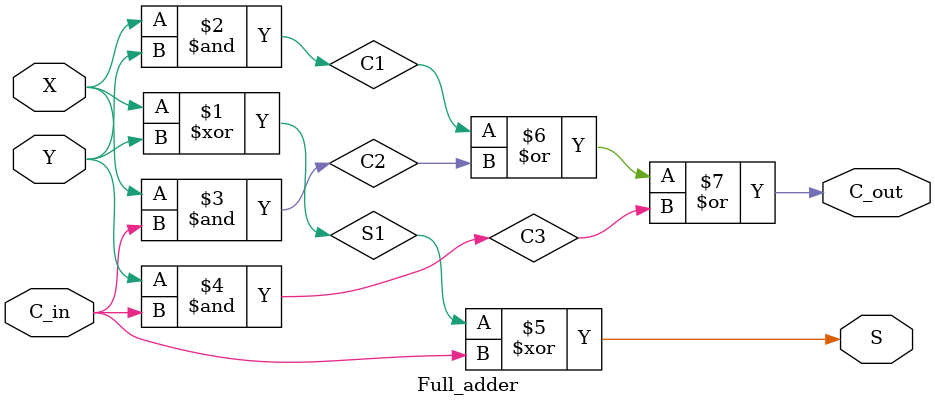
<source format=v>
`timescale 1ns / 1ps


module Full_adder(X,Y,C_in,S,C_out);
    input X,Y,C_in;
    wire S1,C1,C2,C3;
    output S,C_out;
    xor Gate1(S1,X,Y);
    and Gate2(C1,X,Y);
    and Gate3(C2,X,C_in);
    and Gate4(C3,Y,C_in);
    xor Gate5(S,S1,C_in);
    or Gate6(C_out,C1,C2,C3);
endmodule

</source>
